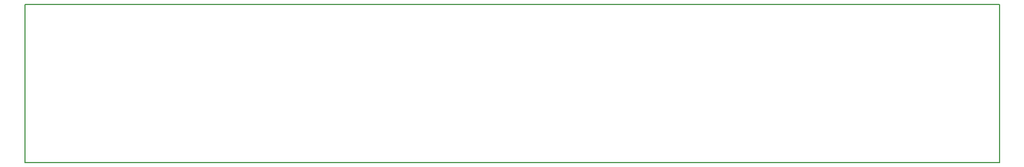
<source format=gm1>
G04 #@! TF.FileFunction,Profile,NP*
%FSLAX46Y46*%
G04 Gerber Fmt 4.6, Leading zero omitted, Abs format (unit mm)*
G04 Created by KiCad (PCBNEW 4.0.4-1.fc25-product) date Thu Nov  3 21:21:28 2016*
%MOMM*%
%LPD*%
G01*
G04 APERTURE LIST*
%ADD10C,0.100000*%
%ADD11C,0.150000*%
G04 APERTURE END LIST*
D10*
D11*
X167005000Y-64135000D02*
X18415000Y-64135000D01*
X167005000Y-88265000D02*
X167005000Y-64135000D01*
X18415000Y-88265000D02*
X167005000Y-88265000D01*
X18415000Y-64135000D02*
X18415000Y-88265000D01*
M02*

</source>
